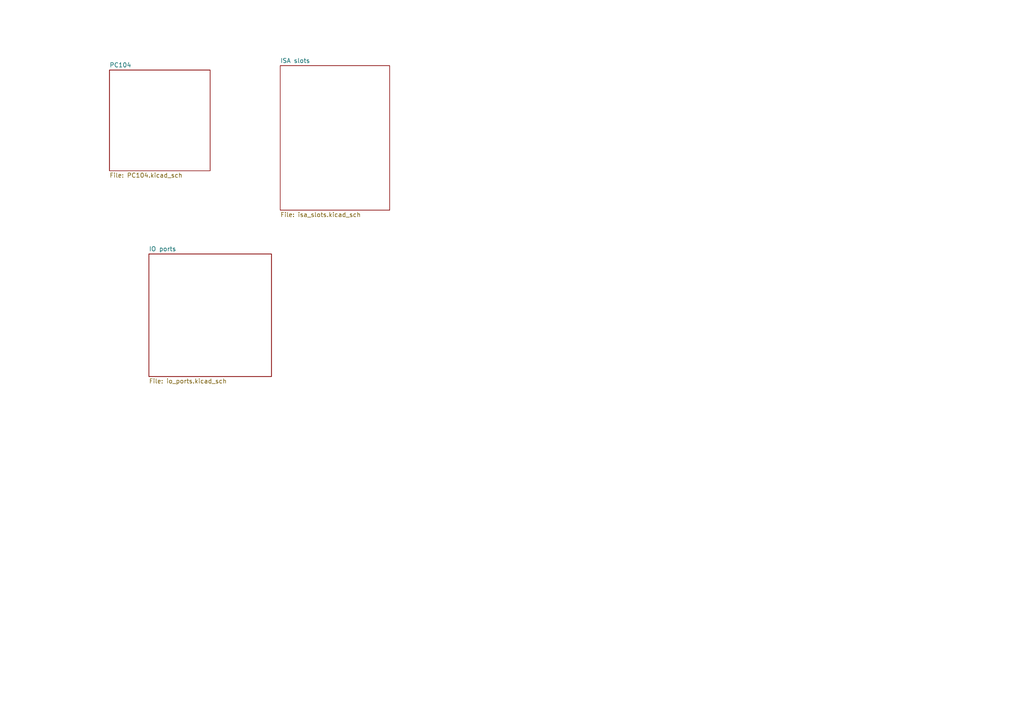
<source format=kicad_sch>
(kicad_sch (version 20230121) (generator eeschema)
  (paper "A4")
  (title_block (title "Keycomp 80386 to PC104"))
  (lib_symbols)
  (bus_alias "ISA16" (members "~{IOCHK}" "SD7" "SD6" "SD5" "SD4" "SD3" "SD2" "SD1" "SD0" "IOCHRDY" "AEN" "SA19" "SA18" "SA17" "SA16" "SA15" "SA14" "SA13" "SA12" "SA11" "SA10" "SA9" "SA8" "SA7" "SA6" "SA5" "SA4" "SA3" "SA2" "SA1" "SA0" "RESET" "IRQ9" "DRQ2" "~{SRDY}" "~{SMEMW}" "~{SMEMR}" "~{IOW}" "~{IOR}" "~{DACK3}" "DRQ3" "~{DACK1}" "DRQ1" "~{REFRESH}" "BCLK" "IRQ7" "IRQ6" "IRQ5" "IRQ4" "IRQ3" "~{DACK2}" "TC" "BALE" "OSC" "~{SBHE}" "LA23" "LA22" "LA21" "LA20" "LA19" "LA18" "LA17" "~{MEMR}" "~{MEMW}" "SD8" "SD9" "SD10" "SD11" "SD12" "SD13" "SD14" "SD15" "~{MEMCS16}" "~{IOC16}" "IRQ10" "IRQ11" "IRQ12" "IRQ15" "IRQ14" "~{DACK0}" "DRQ0" "~{DACK5}" "DRQ5" "~{DACK6}" "DRQ6" "~{DACK7}" "DRQ7" "~{MASTER}"))
  (sheet (at 31.75 20.32) (size 29.21 29.21) (stroke (width 0.1524))
    (property "Sheetname" "PC104" (at 31.75 19.6084 0) (effects (justify left bottom)))
    (property "Sheetfile" "PC104.kicad_sch" (at 31.75 50.1146 0) (effects (justify left top)))
  )
  (sheet (at 81.28 19.05) (size 31.75 41.91) (stroke (width 0.1524))
    (property "Sheetname" "ISA slots" (at 81.28 18.3384 0) (effects (justify left bottom)))
    (property "Sheetfile" "isa_slots.kicad_sch" (at 81.28 61.5446 0) (effects (justify left top)))
  )
  (sheet (at 43.18 73.66) (size 35.56 35.56) (stroke (width 0.1524))
    (property "Sheetname" "IO ports" (at 43.18 72.9484 0) (effects (justify left bottom)))
    (property "Sheetfile" "io_ports.kicad_sch" (at 43.18 109.8046 0) (effects (justify left top)))
  )
)
</source>
